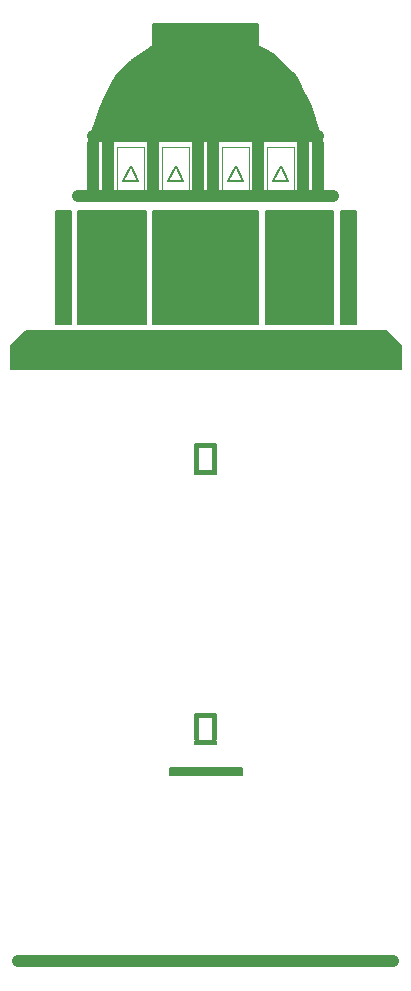
<source format=gbr>
G04 #@! TF.GenerationSoftware,KiCad,Pcbnew,5.0.2-bee76a0~70~ubuntu18.04.1*
G04 #@! TF.CreationDate,2019-11-16T15:20:31+01:00*
G04 #@! TF.ProjectId,Eierland,45696572-6c61-46e6-942e-6b696361645f,rev?*
G04 #@! TF.SameCoordinates,Original*
G04 #@! TF.FileFunction,Legend,Bot*
G04 #@! TF.FilePolarity,Positive*
%FSLAX46Y46*%
G04 Gerber Fmt 4.6, Leading zero omitted, Abs format (unit mm)*
G04 Created by KiCad (PCBNEW 5.0.2-bee76a0~70~ubuntu18.04.1) date za 16 nov 2019 15:20:31 CET*
%MOMM*%
%LPD*%
G01*
G04 APERTURE LIST*
%ADD10C,1.000000*%
%ADD11C,0.150000*%
%ADD12C,0.200000*%
%ADD13C,0.120000*%
G04 APERTURE END LIST*
D10*
X116205000Y-146685000D02*
X147955000Y-146685000D01*
X122555000Y-76835000D02*
X141605000Y-76835000D01*
X121285000Y-81915000D02*
X142875000Y-81915000D01*
X122555000Y-77470000D02*
X122555000Y-81915000D01*
X123825000Y-77470000D02*
X123825000Y-81915000D01*
X141605000Y-77470000D02*
X141605000Y-81915000D01*
X140335000Y-77470000D02*
X140335000Y-81915000D01*
X132715000Y-77470000D02*
X132715000Y-81915000D01*
X131445000Y-77470000D02*
X131445000Y-81915000D01*
D11*
G36*
X127000000Y-83185000D02*
X127000000Y-92710000D01*
X121285000Y-92710000D01*
X121285000Y-83185000D01*
X127000000Y-83185000D01*
G37*
X127000000Y-83185000D02*
X127000000Y-92710000D01*
X121285000Y-92710000D01*
X121285000Y-83185000D01*
X127000000Y-83185000D01*
G36*
X136525000Y-83185000D02*
X136525000Y-92710000D01*
X127635000Y-92710000D01*
X127635000Y-83185000D01*
X136525000Y-83185000D01*
G37*
X136525000Y-83185000D02*
X136525000Y-92710000D01*
X127635000Y-92710000D01*
X127635000Y-83185000D01*
X136525000Y-83185000D01*
G36*
X142875000Y-83185000D02*
X142875000Y-92710000D01*
X137160000Y-92710000D01*
X137160000Y-83185000D01*
X142875000Y-83185000D01*
G37*
X142875000Y-83185000D02*
X142875000Y-92710000D01*
X137160000Y-92710000D01*
X137160000Y-83185000D01*
X142875000Y-83185000D01*
G36*
X143510000Y-83185000D02*
X144780000Y-83185000D01*
X144780000Y-92710000D01*
X143510000Y-92710000D01*
X143510000Y-83185000D01*
G37*
X143510000Y-83185000D02*
X144780000Y-83185000D01*
X144780000Y-92710000D01*
X143510000Y-92710000D01*
X143510000Y-83185000D01*
G36*
X120650000Y-83185000D02*
X119380000Y-83185000D01*
X119380000Y-92710000D01*
X120650000Y-92710000D01*
X120650000Y-83185000D01*
G37*
X120650000Y-83185000D02*
X119380000Y-83185000D01*
X119380000Y-92710000D01*
X120650000Y-92710000D01*
X120650000Y-83185000D01*
D12*
X139065000Y-80645000D02*
X138430000Y-79375000D01*
X137795000Y-80645000D02*
X139065000Y-80645000D01*
X138430000Y-79375000D02*
X137795000Y-80645000D01*
X135255000Y-80645000D02*
X134620000Y-79375000D01*
X133985000Y-80645000D02*
X135255000Y-80645000D01*
X134620000Y-79375000D02*
X133985000Y-80645000D01*
X130175000Y-80645000D02*
X129540000Y-79375000D01*
X128905000Y-80645000D02*
X130175000Y-80645000D01*
X129540000Y-79375000D02*
X128905000Y-80645000D01*
X126365000Y-80645000D02*
X125730000Y-79375000D01*
X125095000Y-80645000D02*
X126365000Y-80645000D01*
X125730000Y-79375000D02*
X125095000Y-80645000D01*
D10*
X136525000Y-77470000D02*
X136525000Y-81915000D01*
X127635000Y-77470000D02*
X127635000Y-81915000D01*
D11*
G36*
X123190000Y-74295000D02*
X123825000Y-73025000D01*
X124460000Y-71755000D01*
X125730000Y-70485000D01*
X127635000Y-69215000D01*
X127635000Y-67310000D01*
X136525000Y-67310000D01*
X136525000Y-69215000D01*
X137795000Y-69850000D01*
X139065000Y-71120000D01*
X139700000Y-71755000D01*
X140335000Y-73025000D01*
X140970000Y-74295000D01*
X123190000Y-74295000D01*
G37*
X123190000Y-74295000D02*
X123825000Y-73025000D01*
X124460000Y-71755000D01*
X125730000Y-70485000D01*
X127635000Y-69215000D01*
X127635000Y-67310000D01*
X136525000Y-67310000D01*
X136525000Y-69215000D01*
X137795000Y-69850000D01*
X139065000Y-71120000D01*
X139700000Y-71755000D01*
X140335000Y-73025000D01*
X140970000Y-74295000D01*
X123190000Y-74295000D01*
G36*
X122555000Y-76200000D02*
X141605000Y-76200000D01*
X140970000Y-74295000D01*
X123190000Y-74295000D01*
X122555000Y-76200000D01*
G37*
X122555000Y-76200000D02*
X141605000Y-76200000D01*
X140970000Y-74295000D01*
X123190000Y-74295000D01*
X122555000Y-76200000D01*
G36*
X116840000Y-93345000D02*
X115570000Y-94615000D01*
X115570000Y-96520000D01*
X148590000Y-96520000D01*
X148590000Y-94615000D01*
X147320000Y-93345000D01*
X116840000Y-93345000D01*
G37*
X116840000Y-93345000D02*
X115570000Y-94615000D01*
X115570000Y-96520000D01*
X148590000Y-96520000D01*
X148590000Y-94615000D01*
X147320000Y-93345000D01*
X116840000Y-93345000D01*
G36*
X131191000Y-105156000D02*
X132969000Y-105156000D01*
X132969000Y-105410000D01*
X131191000Y-105410000D01*
X131191000Y-105156000D01*
G37*
X131191000Y-105156000D02*
X132969000Y-105156000D01*
X132969000Y-105410000D01*
X131191000Y-105410000D01*
X131191000Y-105156000D01*
G36*
X131445000Y-102870000D02*
X131191000Y-102870000D01*
X131191000Y-105156000D01*
X131445000Y-105156000D01*
X131445000Y-102870000D01*
G37*
X131445000Y-102870000D02*
X131191000Y-102870000D01*
X131191000Y-105156000D01*
X131445000Y-105156000D01*
X131445000Y-102870000D01*
G36*
X132715000Y-102870000D02*
X132969000Y-102870000D01*
X132969000Y-105156000D01*
X132715000Y-105156000D01*
X132715000Y-102870000D01*
G37*
X132715000Y-102870000D02*
X132969000Y-102870000D01*
X132969000Y-105156000D01*
X132715000Y-105156000D01*
X132715000Y-102870000D01*
G36*
X131445000Y-103124000D02*
X132715000Y-103124000D01*
X132715000Y-102870000D01*
X131445000Y-102870000D01*
X131445000Y-103124000D01*
G37*
X131445000Y-103124000D02*
X132715000Y-103124000D01*
X132715000Y-102870000D01*
X131445000Y-102870000D01*
X131445000Y-103124000D01*
G36*
X129032000Y-130302000D02*
X135128000Y-130302000D01*
X135128000Y-130937000D01*
X129032000Y-130937000D01*
X129032000Y-130302000D01*
G37*
X129032000Y-130302000D02*
X135128000Y-130302000D01*
X135128000Y-130937000D01*
X129032000Y-130937000D01*
X129032000Y-130302000D01*
G36*
X132969000Y-128016000D02*
X132969000Y-128270000D01*
X131191000Y-128270000D01*
X131191000Y-128016000D01*
X132969000Y-128016000D01*
G37*
X132969000Y-128016000D02*
X132969000Y-128270000D01*
X131191000Y-128270000D01*
X131191000Y-128016000D01*
X132969000Y-128016000D01*
G36*
X131445000Y-125730000D02*
X131445000Y-127889000D01*
X131191000Y-127889000D01*
X131191000Y-125730000D01*
X131445000Y-125730000D01*
G37*
X131445000Y-125730000D02*
X131445000Y-127889000D01*
X131191000Y-127889000D01*
X131191000Y-125730000D01*
X131445000Y-125730000D01*
G36*
X132715000Y-125730000D02*
X132969000Y-125730000D01*
X132969000Y-127889000D01*
X132715000Y-127889000D01*
X132715000Y-125730000D01*
G37*
X132715000Y-125730000D02*
X132969000Y-125730000D01*
X132969000Y-127889000D01*
X132715000Y-127889000D01*
X132715000Y-125730000D01*
G36*
X131445000Y-125984000D02*
X132715000Y-125984000D01*
X132715000Y-125730000D01*
X131445000Y-125730000D01*
X131445000Y-125984000D01*
G37*
X131445000Y-125984000D02*
X132715000Y-125984000D01*
X132715000Y-125730000D01*
X131445000Y-125730000D01*
X131445000Y-125984000D01*
D13*
G04 #@! TO.C,D7*
X124595000Y-81610000D02*
X124595000Y-77725000D01*
X124595000Y-77725000D02*
X126865000Y-77725000D01*
X126865000Y-77725000D02*
X126865000Y-81610000D01*
G04 #@! TO.C,D8*
X130675000Y-77725000D02*
X130675000Y-81610000D01*
X128405000Y-77725000D02*
X130675000Y-77725000D01*
X128405000Y-81610000D02*
X128405000Y-77725000D01*
G04 #@! TO.C,D9*
X135755000Y-77725000D02*
X135755000Y-81610000D01*
X133485000Y-77725000D02*
X135755000Y-77725000D01*
X133485000Y-81610000D02*
X133485000Y-77725000D01*
G04 #@! TO.C,D10*
X137295000Y-81610000D02*
X137295000Y-77725000D01*
X137295000Y-77725000D02*
X139565000Y-77725000D01*
X139565000Y-77725000D02*
X139565000Y-81610000D01*
G04 #@! TD*
M02*

</source>
